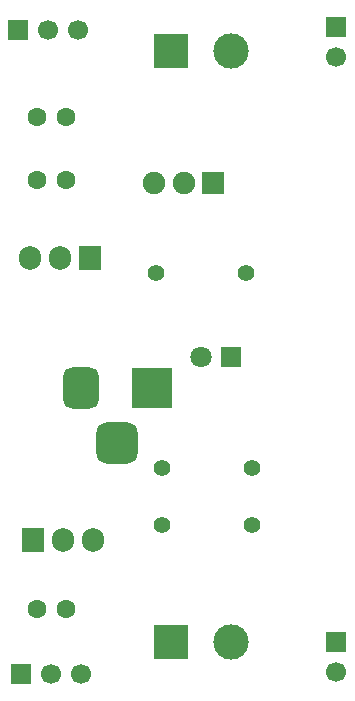
<source format=gts>
%TF.GenerationSoftware,KiCad,Pcbnew,9.0.2*%
%TF.CreationDate,2025-06-18T23:28:51+06:00*%
%TF.ProjectId,Breadboardpower_Supply,42726561-6462-46f6-9172-64706f776572,rev?*%
%TF.SameCoordinates,Original*%
%TF.FileFunction,Soldermask,Top*%
%TF.FilePolarity,Negative*%
%FSLAX46Y46*%
G04 Gerber Fmt 4.6, Leading zero omitted, Abs format (unit mm)*
G04 Created by KiCad (PCBNEW 9.0.2) date 2025-06-18 23:28:51*
%MOMM*%
%LPD*%
G01*
G04 APERTURE LIST*
G04 Aperture macros list*
%AMRoundRect*
0 Rectangle with rounded corners*
0 $1 Rounding radius*
0 $2 $3 $4 $5 $6 $7 $8 $9 X,Y pos of 4 corners*
0 Add a 4 corners polygon primitive as box body*
4,1,4,$2,$3,$4,$5,$6,$7,$8,$9,$2,$3,0*
0 Add four circle primitives for the rounded corners*
1,1,$1+$1,$2,$3*
1,1,$1+$1,$4,$5*
1,1,$1+$1,$6,$7*
1,1,$1+$1,$8,$9*
0 Add four rect primitives between the rounded corners*
20,1,$1+$1,$2,$3,$4,$5,0*
20,1,$1+$1,$4,$5,$6,$7,0*
20,1,$1+$1,$6,$7,$8,$9,0*
20,1,$1+$1,$8,$9,$2,$3,0*%
G04 Aperture macros list end*
%ADD10C,1.700000*%
%ADD11R,1.700000X1.700000*%
%ADD12C,3.000000*%
%ADD13R,3.000000X3.000000*%
%ADD14R,1.905000X2.000000*%
%ADD15O,1.905000X2.000000*%
%ADD16R,1.900000X1.900000*%
%ADD17C,1.900000*%
%ADD18C,1.400000*%
%ADD19R,3.500000X3.500000*%
%ADD20RoundRect,0.750000X-0.750000X-1.000000X0.750000X-1.000000X0.750000X1.000000X-0.750000X1.000000X0*%
%ADD21RoundRect,0.875000X-0.875000X-0.875000X0.875000X-0.875000X0.875000X0.875000X-0.875000X0.875000X0*%
%ADD22R,1.800000X1.800000*%
%ADD23C,1.800000*%
%ADD24C,1.600000*%
G04 APERTURE END LIST*
D10*
%TO.C,J1*%
X106172000Y-72136000D03*
D11*
X106172000Y-69596000D03*
%TD*%
D12*
%TO.C,J4*%
X97282000Y-71628000D03*
D13*
X92202000Y-71628000D03*
%TD*%
D14*
%TO.C,U2*%
X80518000Y-113030000D03*
D15*
X83058000Y-113030000D03*
X85598000Y-113030000D03*
%TD*%
D14*
%TO.C,U1*%
X85344000Y-89154000D03*
D15*
X82804000Y-89154000D03*
X80264000Y-89154000D03*
%TD*%
D16*
%TO.C,S1*%
X95758000Y-82804000D03*
D17*
X93258000Y-82804000D03*
X90758000Y-82804000D03*
%TD*%
D18*
%TO.C,R3*%
X91422000Y-111760000D03*
X99042000Y-111760000D03*
%TD*%
%TO.C,R2*%
X99060000Y-106934000D03*
X91440000Y-106934000D03*
%TD*%
%TO.C,R1*%
X90932000Y-90424000D03*
X98552000Y-90424000D03*
%TD*%
D11*
%TO.C,J7*%
X79502000Y-124399000D03*
D10*
X82042000Y-124399000D03*
X84582000Y-124399000D03*
%TD*%
D13*
%TO.C,J6*%
X92202000Y-121666000D03*
D12*
X97282000Y-121666000D03*
%TD*%
D19*
%TO.C,J5*%
X90582000Y-100134500D03*
D20*
X84582000Y-100134500D03*
D21*
X87582000Y-104834500D03*
%TD*%
D11*
%TO.C,J3*%
X79248000Y-69850000D03*
D10*
X81788000Y-69850000D03*
X84328000Y-69850000D03*
%TD*%
D11*
%TO.C,J2*%
X106172000Y-121666000D03*
D10*
X106172000Y-124206000D03*
%TD*%
D22*
%TO.C,D1*%
X97282000Y-97536000D03*
D23*
X94742000Y-97536000D03*
%TD*%
D24*
%TO.C,C3*%
X80812000Y-118872000D03*
X83312000Y-118872000D03*
%TD*%
%TO.C,C2*%
X80812000Y-82550000D03*
X83312000Y-82550000D03*
%TD*%
%TO.C,C1*%
X80812000Y-77216000D03*
X83312000Y-77216000D03*
%TD*%
M02*

</source>
